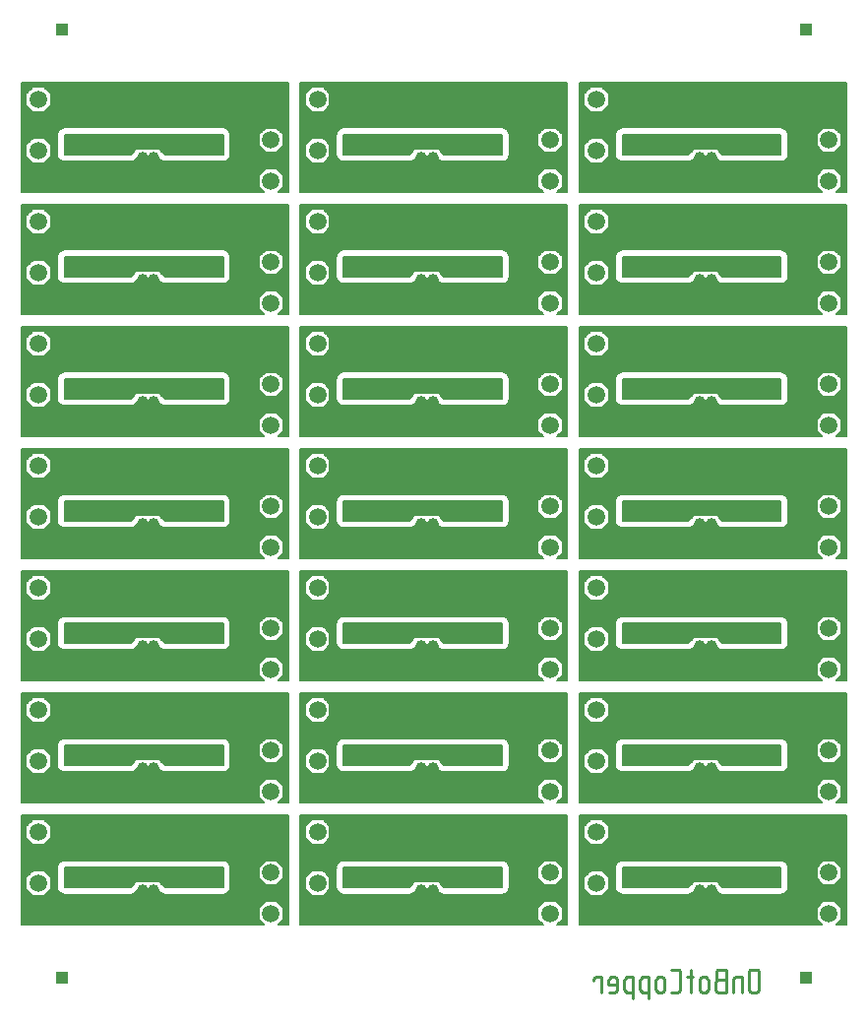
<source format=gbr>
G04 FreePCB MFC Application*
G04 Version: ÏëàòÔîðì 2.427*
G04 Author: niconson.com *
G04 WebSite: https://niconson.com/freepcb2 *
G04 Repositories: https://github.com/niconson *
G04 D:\Works\ÏëàòÔîðì íà ðóññêîì\Projects\Led\version-01\CAM(Driver-01)(11-20-2025)\Driver-01.BOT.gbr*

G04 Objects of panelization *
G04 ìåäü íèç layer *
G04 Scale: 100 percent, Rotated: No, Reflected: No *
%FSLAX26Y26*%
%MOIN*%
G04 ìåäü íèç *
G04 Rounded Rectangle Macro, params: W/2, H/2, R *
%AMRNDREC*
21,1,$1+$1,$2+$2-$3-$3,0,0,0*
21,1,$1+$1-$3-$3,$2+$2,0,0,0*
1,1,$3+$3,$1-$3,$2-$3*
1,1,$3+$3,$3-$1,$2-$3*
1,1,$3+$3,$1-$3,$3-$2*
1,1,$3+$3,$3-$1,$3-$2*%
G04 Rectangular Thermal Macro, params: W/4, H/4, TW/4, TC/4 *
%AMRECTHERM*
21,1,$1+$1-$3-$3-$4-$4,$2+$2-$3-$3-$4-$4-$4-$4,0-$1-$3-$4,0-$2-$3,0*
21,1,$1+$1-$3-$3-$4-$4-$4-$4,$2+$2-$3-$3-$4-$4,0-$1-$3,0-$2-$3-$4,0*
1,1,$4+$4+$4+$4,0-$1-$1+$4+$4,0-$2-$2+$4+$4*
1,1,$4+$4+$4+$4,0-$1-$1+$4+$4,0-$3-$3-$4-$4*
1,1,$4+$4+$4+$4,0-$3-$3-$4-$4,0-$2-$2+$4+$4*
21,1,$1+$1-$3-$3-$4-$4,$2+$2-$3-$3-$4-$4-$4-$4,0-$1-$3-$4,$2+$3,0*
21,1,$1+$1-$3-$3-$4-$4-$4-$4,$2+$2-$3-$3-$4-$4,0-$1-$3,$2+$3+$4,0*
1,1,$4+$4+$4+$4,0-$1-$1+$4+$4,$2+$2-$4-$4*
1,1,$4+$4+$4+$4,0-$1-$1+$4+$4,$3+$3+$4+$4*
1,1,$4+$4+$4+$4,0-$3-$3-$4-$4,$2+$2-$4-$4*
21,1,$1+$1-$3-$3-$4-$4,$2+$2-$3-$3-$4-$4-$4-$4,$1+$3+$4,0-$2-$3,0*
21,1,$1+$1-$3-$3-$4-$4-$4-$4,$2+$2-$3-$3-$4-$4,$1+$3,0-$2-$3-$4,0*
1,1,$4+$4+$4+$4,$1+$1-$4-$4,0-$2-$2+$4+$4*
1,1,$4+$4+$4+$4,$1+$1-$4-$4,0-$3-$3-$4-$4*
1,1,$4+$4+$4+$4,$3+$3+$4+$4,0-$2-$2+$4+$4*
21,1,$1+$1-$3-$3-$4-$4,$2+$2-$3-$3-$4-$4-$4-$4,$1+$3+$4,$2+$3,0*
21,1,$1+$1-$3-$3-$4-$4-$4-$4,$2+$2-$3-$3-$4-$4,$1+$3,$2+$3+$4,0*
1,1,$4+$4+$4+$4,$1+$1-$4-$4,$2+$2-$4-$4*
1,1,$4+$4+$4+$4,$1+$1-$4-$4,$3+$3+$4+$4*
1,1,$4+$4+$4+$4,$3+$3+$4+$4,$2+$2-$4-$4*%
%AMRECTHERM_45*
21,1,$1+$1+$1+$1,$2+$2+$2+$2-$4-$4-$4-$4-$4-$4-$4-$4-$4-$4-$3-$3,0,0,0*
21,1,$1+$1+$1+$1-$4-$4-$4-$4-$4-$4-$4-$4-$4-$4-$3-$3,$2+$2+$2+$2,0,0,0*
1,1,$4+$4+$4+$4,$1+$1-$4-$4,$2+$2-$4-$4-$4-$4-$4-$3*
1,1,$4+$4+$4+$4,$1+$1-$4-$4,0-$2-$2+$4+$4+$4+$4+$4+$3*
1,1,$4+$4+$4+$4,$1+$1-$4-$4-$4-$4-$4-$3,$2+$2-$4-$4*
1,1,$4+$4+$4+$4,0-$1-$1+$4+$4+$4+$4+$4+$3,$2+$2-$4-$4*
1,1,$4+$4+$4+$4,0-$1-$1+$4+$4,$2+$2-$4-$4-$4-$4-$4-$3*
1,1,$4+$4+$4+$4,0-$1-$1+$4+$4,0-$2-$2+$4+$4+$4+$4+$4+$3*
1,1,$4+$4+$4+$4,$1+$1-$4-$4-$4-$4-$4-$3,0-$2-$2+$4+$4*
1,1,$4+$4+$4+$4,0-$1-$1+$4+$4+$4+$4+$4+$3,0-$2-$2+$4+$4*%
%ADD10R,0.039370X0.039370*%
%ADD11C,0.011249*%
%ADD12C,0.010000*%
%ADD13C,0.005906*%
%ADD14C,0.005315*%
%ADD15C,0.059055*%
%ADD16C,0.039370*%
G01*
G04 begin color: clBlack*
%LPD*%

G04 Objects of panelization *
D10*
X-314960Y-364173D03*
X2204724Y2844488D03*
X-314960Y2844488D03*
X2204724Y-364173D03*
D11*
X2047200Y-404500D02*
X2045500Y-409650D01*
X2045500Y-409650D02*
X2042100Y-413050D01*
X2042100Y-413050D02*
X2036950Y-414750D01*
X2036950Y-414750D02*
X2021550Y-414750D01*
X2021550Y-414750D02*
X2016400Y-413050D01*
X2016400Y-413050D02*
X2013000Y-409650D01*
X2013000Y-409650D02*
X2011250Y-404500D01*
X2011250Y-404500D02*
X2011250Y-348000D01*
X2011250Y-348000D02*
X2013000Y-342850D01*
X2013000Y-342850D02*
X2016400Y-339450D01*
X2016400Y-339450D02*
X2021550Y-337750D01*
X2021550Y-337750D02*
X2036950Y-337750D01*
X2036950Y-337750D02*
X2042100Y-339450D01*
X2042100Y-339450D02*
X2045500Y-342850D01*
X2045500Y-342850D02*
X2047200Y-348000D01*
X2047200Y-348000D02*
X2047200Y-404500D01*
X1988750Y-414750D02*
X1988750Y-363400D01*
X1988750Y-363400D02*
X1968200Y-363400D01*
X1968200Y-363400D02*
X1963050Y-365150D01*
X1963050Y-365150D02*
X1959650Y-368550D01*
X1959650Y-368550D02*
X1957950Y-373700D01*
X1957950Y-373700D02*
X1957950Y-414750D01*
X1911450Y-337750D02*
X1935400Y-337750D01*
X1935400Y-337750D02*
X1935400Y-414750D01*
X1935400Y-414750D02*
X1908050Y-414750D01*
X1908050Y-414750D02*
X1902900Y-413050D01*
X1902900Y-413050D02*
X1899450Y-409650D01*
X1899450Y-409650D02*
X1897750Y-404500D01*
X1897750Y-404500D02*
X1897750Y-382250D01*
X1897750Y-382250D02*
X1899450Y-377100D01*
X1899450Y-377100D02*
X1902900Y-373700D01*
X1911450Y-337750D02*
X1906300Y-339450D01*
X1906300Y-339450D02*
X1902900Y-342850D01*
X1902900Y-342850D02*
X1901200Y-348000D01*
X1901200Y-348000D02*
X1901200Y-361700D01*
X1901200Y-361700D02*
X1902900Y-366850D01*
X1902900Y-366850D02*
X1906300Y-370250D01*
X1906300Y-370250D02*
X1911450Y-371950D01*
X1902900Y-373700D02*
X1908050Y-371950D01*
X1908050Y-371950D02*
X1935400Y-371950D01*
X1875250Y-404500D02*
X1873500Y-409650D01*
X1873500Y-409650D02*
X1870100Y-413050D01*
X1870100Y-413050D02*
X1864950Y-414750D01*
X1864950Y-414750D02*
X1854700Y-414750D01*
X1854700Y-414750D02*
X1849550Y-413050D01*
X1849550Y-413050D02*
X1846150Y-409650D01*
X1846150Y-409650D02*
X1844400Y-404500D01*
X1844400Y-404500D02*
X1844400Y-373700D01*
X1844400Y-373700D02*
X1846150Y-368550D01*
X1846150Y-368550D02*
X1849550Y-365150D01*
X1849550Y-365150D02*
X1854700Y-363400D01*
X1854700Y-363400D02*
X1864950Y-363400D01*
X1864950Y-363400D02*
X1870100Y-365150D01*
X1870100Y-365150D02*
X1873500Y-368550D01*
X1873500Y-368550D02*
X1875250Y-373700D01*
X1875250Y-373700D02*
X1875250Y-404500D01*
X1816750Y-337750D02*
X1816750Y-414750D01*
X1821900Y-363400D02*
X1803050Y-363400D01*
X1749750Y-414750D02*
X1770300Y-414750D01*
X1770300Y-414750D02*
X1775400Y-413050D01*
X1775400Y-413050D02*
X1778850Y-409650D01*
X1778850Y-409650D02*
X1780550Y-404500D01*
X1780550Y-404500D02*
X1780550Y-348000D01*
X1780550Y-348000D02*
X1778850Y-342850D01*
X1778850Y-342850D02*
X1775400Y-339450D01*
X1775400Y-339450D02*
X1770300Y-337750D01*
X1770300Y-337750D02*
X1749750Y-337750D01*
X1727200Y-404500D02*
X1725500Y-409650D01*
X1725500Y-409650D02*
X1722100Y-413050D01*
X1722100Y-413050D02*
X1716950Y-414750D01*
X1716950Y-414750D02*
X1706650Y-414750D01*
X1706650Y-414750D02*
X1701550Y-413050D01*
X1701550Y-413050D02*
X1698100Y-409650D01*
X1698100Y-409650D02*
X1696400Y-404500D01*
X1696400Y-404500D02*
X1696400Y-373700D01*
X1696400Y-373700D02*
X1698100Y-368550D01*
X1698100Y-368550D02*
X1701550Y-365150D01*
X1701550Y-365150D02*
X1706650Y-363400D01*
X1706650Y-363400D02*
X1716950Y-363400D01*
X1716950Y-363400D02*
X1722100Y-365150D01*
X1722100Y-365150D02*
X1725500Y-368550D01*
X1725500Y-368550D02*
X1727200Y-373700D01*
X1727200Y-373700D02*
X1727200Y-404500D01*
X1673900Y-433600D02*
X1673900Y-363400D01*
X1673900Y-363400D02*
X1653350Y-363400D01*
X1653350Y-363400D02*
X1648200Y-365150D01*
X1648200Y-365150D02*
X1644800Y-368550D01*
X1644800Y-368550D02*
X1643050Y-373700D01*
X1643050Y-373700D02*
X1643050Y-404500D01*
X1643050Y-404500D02*
X1644800Y-409650D01*
X1644800Y-409650D02*
X1648200Y-413050D01*
X1648200Y-413050D02*
X1653350Y-414750D01*
X1653350Y-414750D02*
X1673900Y-414750D01*
X1620550Y-433600D02*
X1620550Y-363400D01*
X1620550Y-363400D02*
X1600000Y-363400D01*
X1600000Y-363400D02*
X1594850Y-365150D01*
X1594850Y-365150D02*
X1591450Y-368550D01*
X1591450Y-368550D02*
X1589750Y-373700D01*
X1589750Y-373700D02*
X1589750Y-404500D01*
X1589750Y-404500D02*
X1591450Y-409650D01*
X1591450Y-409650D02*
X1594850Y-413050D01*
X1594850Y-413050D02*
X1600000Y-414750D01*
X1600000Y-414750D02*
X1620550Y-414750D01*
X1567200Y-389100D02*
X1536400Y-389100D01*
X1536400Y-389100D02*
X1536400Y-373700D01*
X1536400Y-373700D02*
X1538100Y-368550D01*
X1538100Y-368550D02*
X1541550Y-365150D01*
X1541550Y-365150D02*
X1546650Y-363400D01*
X1546650Y-363400D02*
X1556950Y-363400D01*
X1556950Y-363400D02*
X1562100Y-365150D01*
X1562100Y-365150D02*
X1565500Y-368550D01*
X1565500Y-368550D02*
X1567200Y-373700D01*
X1567200Y-373700D02*
X1567200Y-404500D01*
X1567200Y-404500D02*
X1565500Y-409650D01*
X1565500Y-409650D02*
X1562100Y-413050D01*
X1562100Y-413050D02*
X1556950Y-414750D01*
X1556950Y-414750D02*
X1538100Y-414750D01*
X1513900Y-414750D02*
X1513900Y-363400D01*
X1513900Y-363400D02*
X1495050Y-363400D01*
X1495050Y-363400D02*
X1489900Y-365150D01*
X1489900Y-365150D02*
X1486500Y-368550D01*
X1486500Y-368550D02*
X1484800Y-371950D01*
X1484800Y-371950D02*
X1484800Y-375400D01*
D12*

G04 Step and Repeat for panelization *
%SRX3Y7I0.944882J0.413386*%

G04 ----------------------- Draw board outline (positive)*
D14*
G04 driwing hatch*
X451400Y-184200D02*
X419350Y-184200D01*
X368000Y-184200D02*
X-451450Y-184250D01*
X451400Y-179450D02*
X424100Y-179450D01*
X363250Y-179450D02*
X-451450Y-179550D01*
X451400Y-174700D02*
X428850Y-174700D01*
X358500Y-174700D02*
X-451450Y-174800D01*
X451400Y-170000D02*
X433550Y-170000D01*
X353800Y-170000D02*
X-451450Y-170050D01*
X451400Y-165250D02*
X436300Y-165250D01*
X351050Y-165250D02*
X-451450Y-165350D01*
X451400Y-160500D02*
X436300Y-160500D01*
X351050Y-160500D02*
X-451450Y-160600D01*
X451400Y-155800D02*
X436300Y-155800D01*
X351050Y-155800D02*
X-451450Y-155850D01*
X451400Y-151050D02*
X436300Y-151050D01*
X351050Y-151050D02*
X-451450Y-151150D01*
X451400Y-146300D02*
X436300Y-146300D01*
X351050Y-146300D02*
X-451450Y-146400D01*
X451400Y-141550D02*
X436300Y-141550D01*
X351050Y-141600D02*
X-451450Y-141650D01*
X451400Y-136850D02*
X436300Y-136850D01*
X351050Y-136850D02*
X-451450Y-136950D01*
X451400Y-132100D02*
X436300Y-132100D01*
X351050Y-132100D02*
X-451450Y-132200D01*
X451400Y-127350D02*
X435700Y-127350D01*
X351650Y-127400D02*
X-451450Y-127450D01*
X451400Y-122650D02*
X430950Y-122650D01*
X356400Y-122650D02*
X-451450Y-122700D01*
X451400Y-117900D02*
X426250Y-117900D01*
X361100Y-117900D02*
X-451450Y-118000D01*
X451400Y-113150D02*
X421500Y-113150D01*
X365850Y-113150D02*
X-451450Y-113250D01*
X451400Y-108450D02*
X416750Y-108450D01*
X370600Y-108450D02*
X-451450Y-108500D01*
X-451450Y-103800D02*
X451400Y-103700D01*
X-451450Y-99050D02*
X451400Y-98950D01*
X-451450Y-94300D02*
X451400Y-94250D01*
X-451450Y-89600D02*
X451400Y-89500D01*
X451400Y-84750D02*
X-371400Y-84850D01*
X-415950Y-84850D02*
X-451450Y-84850D01*
X451400Y-80000D02*
X242900Y-80050D01*
X21950Y-80050D02*
X-70450Y-80100D01*
X-317400Y-80100D02*
X-366650Y-80100D01*
X-420700Y-80100D02*
X-451450Y-80100D01*
X451400Y-75300D02*
X249550Y-75300D01*
X15100Y-75350D02*
X-63600Y-75350D01*
X-324100Y-75350D02*
X-361900Y-75350D01*
X-425450Y-75400D02*
X-451450Y-75400D01*
X451400Y-70550D02*
X252750Y-70600D01*
X10350Y-70600D02*
X-58850Y-70600D01*
X-327250Y-70650D02*
X-357200Y-70650D01*
X-430150Y-70650D02*
X-451450Y-70650D01*
X451400Y-65800D02*
X255200Y-65850D01*
X5650Y-65850D02*
X-54150Y-65850D01*
X-329750Y-65900D02*
X-352450Y-65900D01*
X-434900Y-65900D02*
X-451450Y-65900D01*
X451400Y-61100D02*
X256100Y-61100D01*
X-330650Y-61150D02*
X-351050Y-61150D01*
X-436300Y-61200D02*
X-451450Y-61200D01*
X451400Y-56350D02*
X256850Y-56350D01*
X-331450Y-56450D02*
X-351050Y-56450D01*
X-436300Y-56450D02*
X-451450Y-56450D01*
X451400Y-51600D02*
X414150Y-51600D01*
X373200Y-51650D02*
X256850Y-51650D01*
X-331450Y-51700D02*
X-351050Y-51700D01*
X-436300Y-51700D02*
X-451450Y-51700D01*
X451400Y-46900D02*
X418850Y-46900D01*
X368500Y-46900D02*
X256850Y-46900D01*
X-331450Y-46950D02*
X-351050Y-46950D01*
X-436300Y-46950D02*
X-451450Y-46950D01*
X451400Y-42150D02*
X423600Y-42150D01*
X363750Y-42150D02*
X256850Y-42150D01*
X-331450Y-42250D02*
X-351050Y-42250D01*
X-436300Y-42250D02*
X-451450Y-42250D01*
X451400Y-37400D02*
X428350Y-37400D01*
X359000Y-37400D02*
X256850Y-37450D01*
X-331450Y-37500D02*
X-351050Y-37500D01*
X-436300Y-37500D02*
X-451450Y-37500D01*
X451400Y-32700D02*
X433100Y-32700D01*
X354300Y-32700D02*
X256850Y-32700D01*
X-331450Y-32750D02*
X-351050Y-32750D01*
X-436300Y-32750D02*
X-451450Y-32750D01*
X451400Y-27950D02*
X436300Y-27950D01*
X351050Y-27950D02*
X256850Y-27950D01*
X-331450Y-28000D02*
X-351050Y-28050D01*
X-436300Y-28050D02*
X-451450Y-28050D01*
X451400Y-23200D02*
X436300Y-23200D01*
X351050Y-23200D02*
X256850Y-23250D01*
X-331450Y-23300D02*
X-353000Y-23300D01*
X-434350Y-23300D02*
X-451450Y-23300D01*
X451400Y-18500D02*
X436300Y-18500D01*
X351050Y-18500D02*
X256850Y-18500D01*
X-331450Y-18550D02*
X-357700Y-18550D01*
X-429650Y-18550D02*
X-451450Y-18550D01*
X451400Y-13750D02*
X436300Y-13750D01*
X351050Y-13750D02*
X256850Y-13750D01*
X-331450Y-13800D02*
X-362450Y-13800D01*
X-424900Y-13850D02*
X-451450Y-13850D01*
X451400Y-9000D02*
X436300Y-9000D01*
X351050Y-9000D02*
X256850Y-9050D01*
X-331450Y-9100D02*
X-367200Y-9100D01*
X-420150Y-9100D02*
X-451450Y-9100D01*
X451400Y-4250D02*
X436300Y-4300D01*
X351050Y-4300D02*
X256850Y-4300D01*
X-331450Y-4350D02*
X-371900Y-4350D01*
X-415450Y-4350D02*
X-451450Y-4350D01*
X451400Y400D02*
X436300Y400D01*
X351050Y400D02*
X256850Y400D01*
X-331450Y350D02*
X-451450Y300D01*
X451400Y5150D02*
X436300Y5150D01*
X351050Y5150D02*
X256850Y5150D01*
X-331450Y5050D02*
X-451450Y5050D01*
X451400Y9900D02*
X436200Y9900D01*
X351150Y9850D02*
X256250Y9850D01*
X-330850Y9800D02*
X-451450Y9800D01*
X451400Y14600D02*
X431450Y14600D01*
X355900Y14600D02*
X255300Y14600D01*
X-329900Y14550D02*
X-451450Y14500D01*
X451400Y19350D02*
X426750Y19350D01*
X360600Y19350D02*
X253200Y19350D01*
X-327800Y19250D02*
X-451450Y19250D01*
X451400Y24100D02*
X422000Y24100D01*
X365350Y24050D02*
X250050Y24050D01*
X-324650Y24000D02*
X-451450Y24000D01*
X451400Y28800D02*
X417250Y28800D01*
X370100Y28800D02*
X244000Y28800D01*
X-318600Y28750D02*
X-451450Y28750D01*
X-451450Y33450D02*
X451400Y33550D01*
X-451450Y38200D02*
X451400Y38300D01*
X-451450Y42950D02*
X451400Y43000D01*
X-451450Y47650D02*
X451400Y47750D01*
X-451450Y52400D02*
X451400Y52500D01*
X-451450Y57150D02*
X451400Y57200D01*
X-451450Y61850D02*
X451400Y61950D01*
X-451450Y66600D02*
X451400Y66700D01*
X-451450Y71350D02*
X451400Y71450D01*
X-451450Y76050D02*
X451400Y76150D01*
X-451450Y80800D02*
X451400Y80900D01*
X451400Y85650D02*
X-373800Y85550D01*
X-413550Y85550D02*
X-451450Y85550D01*
X451400Y90350D02*
X-369050Y90300D01*
X-418300Y90300D02*
X-451450Y90250D01*
X451400Y95100D02*
X-364300Y95000D01*
X-423050Y95000D02*
X-451450Y95000D01*
X451400Y99850D02*
X-359600Y99750D01*
X-427750Y99750D02*
X-451450Y99750D01*
X451400Y104550D02*
X-354850Y104500D01*
X-432500Y104500D02*
X-451450Y104500D01*
X451400Y109300D02*
X-351050Y109200D01*
X-436300Y109200D02*
X-451450Y109200D01*
X451400Y114050D02*
X-351050Y113950D01*
X-436300Y113950D02*
X-451450Y113950D01*
X451400Y118750D02*
X-351050Y118700D01*
X-436300Y118700D02*
X-451450Y118700D01*
X451400Y123500D02*
X-351050Y123400D01*
X-436300Y123400D02*
X-451450Y123400D01*
X451400Y128250D02*
X-351050Y128150D01*
X-436300Y128150D02*
X-451450Y128150D01*
X451400Y132950D02*
X-351050Y132900D01*
X-436300Y132900D02*
X-451450Y132900D01*
X451400Y137700D02*
X-351050Y137650D01*
X-436300Y137600D02*
X-451450Y137600D01*
X451400Y142450D02*
X-351050Y142350D01*
X-436300Y142350D02*
X-451450Y142350D01*
X451400Y147200D02*
X-351050Y147100D01*
X-436300Y147100D02*
X-451450Y147100D01*
X451400Y151900D02*
X-355300Y151850D01*
X-432050Y151800D02*
X-451450Y151800D01*
X451400Y156650D02*
X-360050Y156550D01*
X-427300Y156550D02*
X-451450Y156550D01*
X451400Y161400D02*
X-364800Y161300D01*
X-422600Y161300D02*
X-451450Y161300D01*
X451400Y166100D02*
X-369500Y166050D01*
X-417850Y166050D02*
X-451450Y166000D01*
X-451450Y170750D02*
X451400Y170850D01*
X-451450Y175500D02*
X451400Y175600D01*
X-451450Y180250D02*
X451400Y180300D01*
X-451450Y184950D02*
X451400Y185050D01*
D13*
X451446Y-185730D02*
X417874Y-185730D01*
X436324Y-167280D01*
X436324Y-127995D01*
X413343Y-105014D01*
X374058Y-105014D01*
X351077Y-127995D01*
X351077Y-167280D01*
X369527Y-185730D01*
X-451478Y-185730D01*
X-451478Y185694D01*
X451446Y185694D01*
X451446Y-185730D01*
X230786Y32962D02*
X-305348Y32962D01*
X-315337Y30975D01*
X-323805Y25316D01*
X-329464Y16848D01*
X-331450Y6859D01*
X-331450Y-57407D01*
X-329464Y-67396D01*
X-323805Y-75865D01*
X-315337Y-81523D01*
X-305348Y-83510D01*
X-82587Y-83510D01*
X-72598Y-81523D01*
X-64130Y-75865D01*
X-53507Y-65241D01*
X5013Y-65241D01*
X15637Y-75865D01*
X24105Y-81523D01*
X34094Y-83510D01*
X230786Y-83510D01*
X240775Y-81523D01*
X245852Y-78131D01*
X249244Y-75865D01*
X252635Y-70788D01*
X254902Y-67396D01*
X256889Y-57407D01*
X256889Y-57407D01*
X256889Y6859D01*
X256889Y6859D01*
X254902Y16848D01*
X251510Y21925D01*
X249244Y25316D01*
X244167Y28708D01*
X240775Y30975D01*
X230786Y32962D01*
X-351077Y-25252D02*
X-374058Y-2271D01*
X-413343Y-2271D01*
X-436324Y-25252D01*
X-436324Y-64537D01*
X-413343Y-87518D01*
X-374058Y-87518D01*
X-351077Y-64537D01*
X-351077Y-25252D01*
X436324Y9800D02*
X413343Y32781D01*
X374058Y32781D01*
X351077Y9800D01*
X351077Y-29485D01*
X374058Y-52466D01*
X413343Y-52466D01*
X436324Y-29485D01*
X436324Y9800D01*
X-436324Y108310D02*
X-413343Y85329D01*
X-374058Y85329D01*
X-351077Y108310D01*
X-351077Y147595D01*
X-374058Y170576D01*
X-413343Y170576D01*
X-436324Y147595D01*
X-436324Y108310D01*
D14*
G04 driwing hatch*
X230750Y-56650D02*
X33350Y-56650D01*
X-81850Y-56700D02*
X-305300Y-56700D01*
X230750Y-51900D02*
X28600Y-51950D01*
X-77100Y-51950D02*
X-305300Y-51950D01*
X230750Y-47200D02*
X23900Y-47200D01*
X-72400Y-47200D02*
X-305300Y-47250D01*
X230750Y-42450D02*
X19150Y-42450D01*
X-67650Y-42450D02*
X-305300Y-42500D01*
X-305300Y-37750D02*
X230750Y-37700D01*
X-305300Y-33050D02*
X230750Y-32950D01*
X-305300Y-28300D02*
X230750Y-28250D01*
X-305300Y-23550D02*
X230750Y-23500D01*
X-305300Y-18800D02*
X230750Y-18750D01*
X-305300Y-14100D02*
X230750Y-14050D01*
X-305300Y-9350D02*
X230750Y-9300D01*
X-305300Y-4600D02*
X230750Y-4550D01*
X-305300Y50D02*
X230750Y100D01*
X-305300Y4800D02*
X230750Y4850D01*
D13*
X230786Y-57407D02*
X34094Y-57407D01*
X15825Y-39139D01*
X-64318Y-39139D01*
X-82587Y-57407D01*
X-305348Y-57407D01*
X-305348Y6859D01*
X230786Y6859D01*
X230786Y-57407D01*

G04 -------------- Draw Parts, Pads, Traces, Vias and Text (positive)*
D15*
X-393700Y-44894D03*
X393700Y-147637D03*
X393700Y-9842D03*
D16*
X-22986Y-99028D03*
X-42671Y-69501D03*
X-3301Y-69501D03*
X-3301Y-128556D03*
X-42671Y-128556D03*
D15*
X-393700Y127952D03*

G04 Draw traces*
D16*
X-310697Y-157099D03*
X202485Y-35052D03*
X-131220Y-32888D03*
X-95821Y-32888D03*
X-275590Y-36165D03*

G04 Draw Text*
D12*

G04 EOF Step and Repeat for panelization *
%SR*%
M02*

</source>
